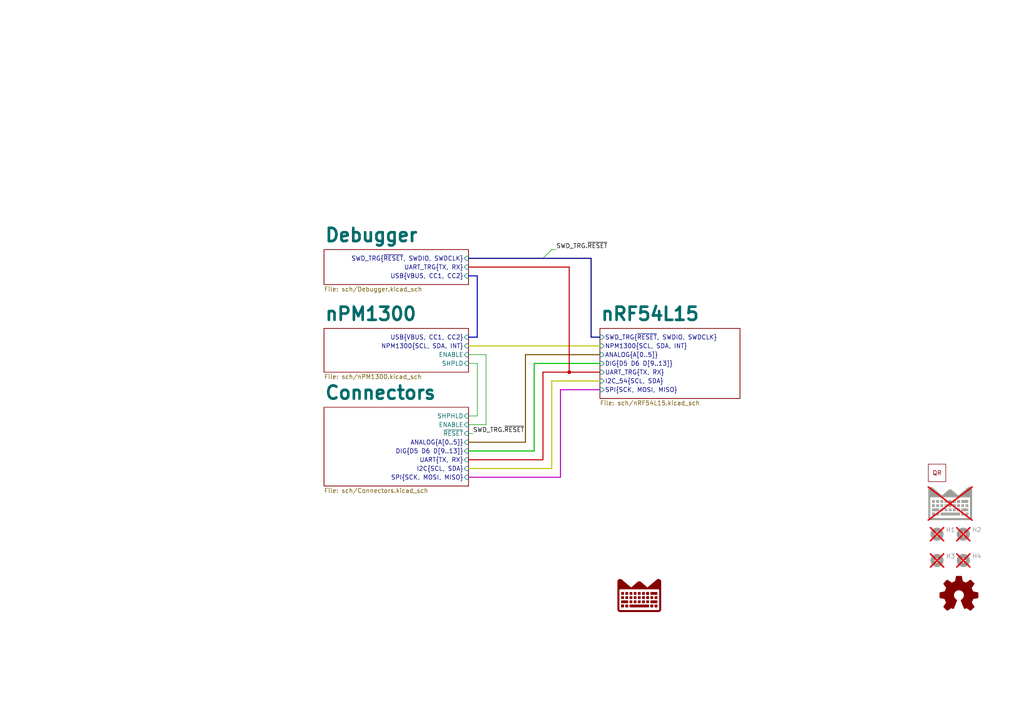
<source format=kicad_sch>
(kicad_sch (version 20250114) (generator "eeschema") (generator_version "9.0")
  (paper "A4")
  (title_block (title "RoyalBlue - nRF54L15") (date "2025-01-25") (rev "0.0.1") (company "Lord's Boards"))
  (lib_symbols
    (symbol "Graphic:Logo_Open_Hardware_Small" (in_bom no) (on_board no))
    (symbol "LordsBoards-Graphic:LordsBoardsLogo" (in_bom no) (on_board no))
    (symbol "LordsBoards-Graphic:QRCode" (exclude_from_sim yes) (in_bom no)
      (symbol "QRCode_1_1"
        (text "QR" (at 0 0 0) (effects (font (size 1.27 1.27))))
      )
    )
    (symbol "Mechanical:MountingHole" (pin_names (offset 1.016))
      (property "Reference" "H" (at 0 5.08 0))
      (property "Value" "MountingHole" (at 0 3.175 0))
    )
  )
  (junction (at 165.1 107.95) (color 194 0 0 1))
  (bus_entry (at 157.48 74.93) (size 2.54 -2.54))
  (bus (pts (xy 152.4 128.27) (xy 135.89 128.27)) (stroke (width 0) (color 128 77 0 1)))
  (bus (pts (xy 157.48 133.35) (xy 135.89 133.35)) (stroke (width 0) (color 194 0 0 1)))
  (bus (pts (xy 162.56 113.03) (xy 162.56 138.43)) (stroke (width 0) (color 194 0 194 1)))
  (bus (pts (xy 138.43 97.79) (xy 138.43 80.01)) (stroke (width 0) (color 0 0 194 1)))
  (bus (pts (xy 165.1 77.47) (xy 165.1 107.95)) (stroke (width 0) (color 194 0 0 1)))
  (wire (pts (xy 135.89 123.19) (xy 140.97 123.19)))
  (wire (pts (xy 138.43 105.41) (xy 135.89 105.41)))
  (wire (pts (xy 160.02 72.39) (xy 161.29 72.39)))
  (bus (pts (xy 154.94 105.41) (xy 173.99 105.41)) (stroke (width 0) (color 0 194 0 1)))
  (bus (pts (xy 135.89 100.33) (xy 173.99 100.33)) (stroke (width 0) (color 194 194 0 1)))
  (bus (pts (xy 173.99 113.03) (xy 162.56 113.03)) (stroke (width 0) (color 194 0 194 1)))
  (bus (pts (xy 135.89 135.89) (xy 160.02 135.89)) (stroke (width 0) (color 194 194 0 1)))
  (bus (pts (xy 135.89 77.47) (xy 165.1 77.47)) (stroke (width 0) (color 194 0 0 1)))
  (wire (pts (xy 135.89 120.65) (xy 138.43 120.65)))
  (bus (pts (xy 173.99 102.87) (xy 152.4 102.87)) (stroke (width 0) (color 128 77 0 1)))
  (bus (pts (xy 138.43 80.01) (xy 135.89 80.01)) (stroke (width 0) (color 0 0 194 1)))
  (bus (pts (xy 165.1 107.95) (xy 157.48 107.95)) (stroke (width 0) (color 194 0 0 1)))
  (wire (pts (xy 137.16 125.73) (xy 135.89 125.73)))
  (wire (pts (xy 140.97 123.19) (xy 140.97 102.87)))
  (bus (pts (xy 162.56 138.43) (xy 135.89 138.43)) (stroke (width 0) (color 194 0 194 1)))
  (bus (pts (xy 171.45 97.79) (xy 171.45 74.93)))
  (bus (pts (xy 135.89 74.93) (xy 157.48 74.93)))
  (wire (pts (xy 138.43 120.65) (xy 138.43 105.41)))
  (wire (pts (xy 140.97 102.87) (xy 135.89 102.87)))
  (bus (pts (xy 173.99 107.95) (xy 165.1 107.95)) (stroke (width 0) (color 194 0 0 1)))
  (bus (pts (xy 160.02 110.49) (xy 173.99 110.49)) (stroke (width 0) (color 194 194 0 1)))
  (bus (pts (xy 157.48 107.95) (xy 157.48 133.35)) (stroke (width 0) (color 194 0 0 1)))
  (bus (pts (xy 173.99 97.79) (xy 171.45 97.79)))
  (bus (pts (xy 157.48 74.93) (xy 171.45 74.93)))
  (bus (pts (xy 160.02 135.89) (xy 160.02 110.49)) (stroke (width 0) (color 194 194 0 1)))
  (bus (pts (xy 135.89 130.81) (xy 154.94 130.81)) (stroke (width 0) (color 0 194 0 1)))
  (bus (pts (xy 152.4 102.87) (xy 152.4 128.27)) (stroke (width 0) (color 128 77 0 1)))
  (bus (pts (xy 135.89 97.79) (xy 138.43 97.79)) (stroke (width 0) (color 0 0 194 1)))
  (bus (pts (xy 154.94 130.81) (xy 154.94 105.41)) (stroke (width 0) (color 0 194 0 1)))
  (label "SWD_TRG.~{RESET}" (at 161.29 72.39 0))
  (label "SWD_TRG.~{RESET}" (at 137.16 125.73 0))
  (symbol (lib_id "Mechanical:MountingHole") (at 279.4 154.94 0) (unit 1) (exclude_from_sim yes) (in_bom no) (dnp yes)
    (property "Reference" "H2" (at 281.94 153.67 0) (effects (justify left)))
    (property "Value" "MountingHole" (effects (hide yes)))
    (property "Footprint" "MountingHole:MountingHole_2.5mm" (effects (hide yes)))
  )
  (symbol (lib_id "Graphic:Logo_Open_Hardware_Small") (at 278.13 172.72 0) (unit 1) (in_bom no) (on_board no)
    (property "Reference" "#SYM1" (effects (hide yes)))
    (property "Value" "Logo_Open_Hardware_Small" (effects (hide yes)))
  )
  (symbol (lib_id "Mechanical:MountingHole") (at 279.4 162.56 0) (unit 1) (exclude_from_sim yes) (in_bom no) (dnp yes)
    (property "Reference" "H4" (at 281.94 161.29 0) (effects (justify left)))
    (property "Value" "MountingHole" (effects (hide yes)))
    (property "Footprint" "MountingHole:MountingHole_2.5mm" (effects (hide yes)))
  )
  (symbol (lib_id "LordsBoards-Graphic:LordsBoardsLogo") (at 185.42 172.72 0) (unit 1) (in_bom no) (on_board no)
    (property "Reference" "#SYM2" (effects (hide yes)))
  )
  (symbol (lib_id "Mechanical:MountingHole") (at 271.78 154.94 0) (unit 1) (exclude_from_sim yes) (in_bom no) (dnp yes)
    (property "Reference" "H1" (at 274.32 153.67 0) (effects (justify left)))
    (property "Value" "MountingHole" (effects (hide yes)))
    (property "Footprint" "MountingHole:MountingHole_2.5mm" (effects (hide yes)))
  )
  (symbol (lib_id "Mechanical:MountingHole") (at 271.78 162.56 0) (unit 1) (exclude_from_sim yes) (in_bom no) (dnp yes)
    (property "Reference" "H3" (at 274.32 161.29 0) (effects (justify left)))
    (property "Value" "MountingHole" (effects (hide yes)))
    (property "Footprint" "MountingHole:MountingHole_2.5mm" (effects (hide yes)))
  )
  (symbol (lib_id "LordsBoards-Graphic:QRCode") (at 271.78 137.16 0) (unit 1) (exclude_from_sim yes) (in_bom no)
    (property "Reference" "U7" (effects (hide yes)))
    (property "Footprint" "RoyalBlue54L-Feather-Symbol:RoyalBlue54L_QRCode" (effects (hide yes)))
  )
  (symbol (lib_id "LordsBoards-Graphic:LordsBoardsLogo") (at 275.59 146.05 0) (unit 1) (exclude_from_sim yes) (in_bom no) (dnp yes)
    (property "Reference" "LOGO1" (effects (hide yes)))
    (property "Footprint" "LordsBoards-Symbol:LordsBoardsLogo_Small_Silk" (effects (hide yes)))
  )
  (sheet (at 93.98 118.11) (size 41.91 22.86) (stroke (width 0.1524))
    (property "Sheetname" "Connectors" (at 93.98 116.1284 0) (effects (font (size 3.81 3.81) (thickness 0.762) (bold yes)) (justify left bottom)))
    (property "Sheetfile" "sch/Connectors.kicad_sch" (at 93.98 141.5546 0) (effects (justify left top)))
    (pin "ENABLE" input (at 135.89 123.19 0))
    (pin "SHPHLD" input (at 135.89 120.65 0))
    (pin "UART{TX, RX}" input (at 135.89 133.35 0))
    (pin "SPI{SCK, MOSI, MISO}" input (at 135.89 138.43 0))
    (pin "I2C{SCL, SDA}" input (at 135.89 135.89 0))
    (pin "ANALOG{A[0..5]}" input (at 135.89 128.27 0))
    (pin "DIG{D5 D6 D[9..13]}" input (at 135.89 130.81 0))
    (pin "~{RESET}" input (at 135.89 125.73 0))
  )
  (sheet (at 93.98 95.25) (size 41.91 12.7) (stroke (width 0.1524))
    (property "Sheetname" "nPM1300" (at 93.98 93.2684 0) (effects (font (size 3.81 3.81) (thickness 0.762) (bold yes)) (justify left bottom)))
    (property "Sheetfile" "sch/nPM1300.kicad_sch" (at 93.98 108.5346 0) (effects (justify left top)))
    (pin "SHPLD" input (at 135.89 105.41 0))
    (pin "ENABLE" input (at 135.89 102.87 0))
    (pin "USB{VBUS, CC1, CC2}" input (at 135.89 97.79 0))
    (pin "NPM1300{SCL, SDA, INT}" input (at 135.89 100.33 0))
  )
  (sheet (at 173.99 95.25) (size 40.64 20.32) (stroke (width 0.1524))
    (property "Sheetname" "nRF54L15" (at 173.99 93.2684 0) (effects (font (size 3.81 3.81) (thickness 0.762) (bold yes)) (justify left bottom)))
    (property "Sheetfile" "sch/nRF54L15.kicad_sch" (at 173.99 116.1546 0) (effects (justify left top)))
    (pin "ANALOG{A[0..5]}" input (at 173.99 102.87 180))
    (pin "I2C_54{SCL, SDA}" input (at 173.99 110.49 180))
    (pin "NPM1300{SCL, SDA, INT}" input (at 173.99 100.33 180))
    (pin "SPI{SCK, MOSI, MISO}" input (at 173.99 113.03 180))
    (pin "SWD_TRG{~{RESET}, SWDIO, SWDCLK}" input (at 173.99 97.79 180))
    (pin "UART_TRG{TX, RX}" input (at 173.99 107.95 180))
    (pin "DIG{D5 D6 D[9..13]}" input (at 173.99 105.41 180))
  )
  (sheet (at 93.98 72.39) (size 41.91 10.16) (stroke (width 0.1524))
    (property "Sheetname" "Debugger" (at 93.98 70.4084 0) (effects (font (size 3.81 3.81) (thickness 0.762) (bold yes)) (justify left bottom)))
    (property "Sheetfile" "sch/Debugger.kicad_sch" (at 93.98 83.1346 0) (effects (justify left top)))
    (pin "USB{VBUS, CC1, CC2}" input (at 135.89 80.01 0))
    (pin "SWD_TRG{~{RESET}, SWDIO, SWDCLK}" input (at 135.89 74.93 0))
    (pin "UART_TRG{TX, RX}" input (at 135.89 77.47 0))
  )
)
</source>
